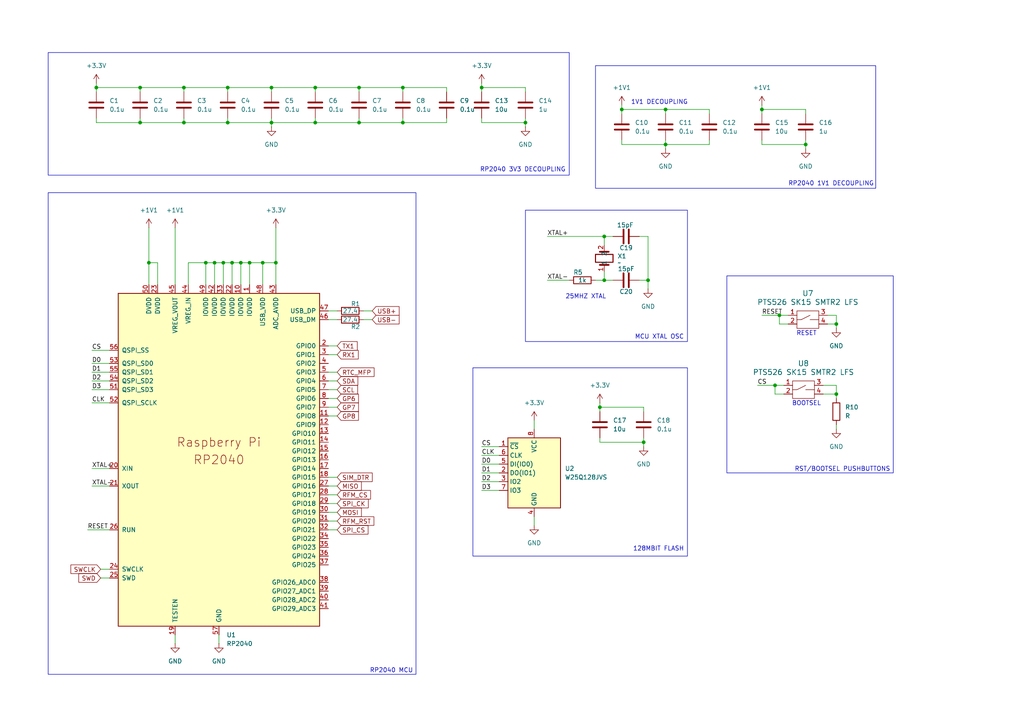
<source format=kicad_sch>
(kicad_sch (version 20231120) (generator "eeschema") (generator_version "8.0")
  (paper "A4")
  (lib_symbols
    (symbol "2024-05-28_14-35-54:PTS526_SK15_SMTR2_LFS" (pin_names (offset 0.254))
      (property "Reference" "U" (at 20.32 10.16 0))
      (property "Value" "PTS526 SK15 SMTR2 LFS" (at 20.32 7.62 0))
      (symbol "PTS526_SK15_SMTR2_LFS_1_1"
        (rectangle (start -3.81 1.27) (end 2.54 -3.81))
        (polyline (pts (xy -3.81 -1.27) (xy -2.54 -1.27)))
        (polyline (pts (xy -2.54 -1.27) (xy 0 0)))
        (polyline (pts (xy 2.54 -1.27) (xy 0 -1.27)))
        (pin passive line (at -6.35 0 0) (length 2.54) (name "") (number "1"))
        (pin passive line (at -6.35 -2.54 0) (length 2.54) (name "") (number "2"))
        (pin passive line (at 5.08 0 180) (length 2.54) (name "") (number "3"))
        (pin passive line (at 5.08 -2.54 180) (length 2.54) (name "") (number "4"))
      )
    )
    (symbol "Device:C" (pin_numbers hide) (pin_names (offset 0.254))
      (property "Reference" "C" (at 0.635 2.54 0))
      (property "Value" "C" (at 0.635 -2.54 0))
      (symbol "C_0_1"
        (polyline (pts (xy -2.032 -0.762) (xy 2.032 -0.762)) (stroke (width 0.508)))
        (polyline (pts (xy -2.032 0.762) (xy 2.032 0.762)) (stroke (width 0.508)))
      )
      (symbol "C_1_1"
        (pin passive line (at 0 3.81 270) (length 2.794) (name "~") (number "1"))
        (pin passive line (at 0 -3.81 90) (length 2.794) (name "~") (number "2"))
      )
    )
    (symbol "Device:R" (pin_numbers hide) (pin_names (offset 0))
      (property "Reference" "R" (at 2.032 0 90))
      (property "Value" "R" (at 0 0 90))
      (symbol "R_0_1"
        (rectangle (start -1.016 -2.54) (end 1.016 2.54) (stroke (width 0.254)))
      )
      (symbol "R_1_1"
        (pin passive line (at 0 3.81 270) (length 1.27) (name "~") (number "1"))
        (pin passive line (at 0 -3.81 90) (length 1.27) (name "~") (number "2"))
      )
    )
    (symbol "Device:XTAL-445"
      (property "Reference" "X" (at 0 0 0))
      (symbol "XTAL-445_0_1"
        (rectangle (start -1.143 -1.27) (end 1.143 -6.35) (stroke (width 0.3048)))
        (polyline (pts (xy -2.54 -3.81) (xy -1.905 -3.81)))
        (polyline (pts (xy -1.905 -5.08) (xy -1.905 -2.54)) (stroke (width 0.508)))
        (polyline (pts (xy 1.905 -5.08) (xy 1.905 -2.54)) (stroke (width 0.508)))
        (polyline (pts (xy 2.54 -3.81) (xy 1.905 -3.81)))
      )
      (symbol "XTAL-445_1_1"
        (pin passive line (at -3.81 -3.81 0) (length 1.27) (name "1") (number "1"))
        (pin passive line (at 3.81 -3.81 180) (length 1.27) (name "2") (number "2"))
      )
    )
    (symbol "MCU_RaspberryPi_RP2040:RP2040" (pin_names (offset 1.016))
      (property "Reference" "U" (at -29.21 49.53 0))
      (property "Value" "RP2040" (at 24.13 -49.53 0))
      (symbol "RP2040_0_0"
        (text "Raspberry Pi" (at 0 5.08 0) (effects (font (size 2.54 2.54))))
        (text "RP2040" (at 0 0 0) (effects (font (size 2.54 2.54))))
      )
      (symbol "RP2040_0_1"
        (rectangle (start 29.21 48.26) (end -29.21 -48.26) (stroke (width 0.254)) (fill (type background)))
      )
      (symbol "RP2040_1_1"
        (pin power_in line (at 8.89 50.8 270) (length 2.54) (name "IOVDD") (number "1"))
        (pin power_in line (at 6.35 50.8 270) (length 2.54) (name "IOVDD") (number "10"))
        (pin bidirectional line (at 31.75 12.7 180) (length 2.54) (name "GPIO8") (number "11"))
        (pin bidirectional line (at 31.75 10.16 180) (length 2.54) (name "GPIO9") (number "12"))
        (pin bidirectional line (at 31.75 7.62 180) (length 2.54) (name "GPIO10") (number "13"))
        (pin bidirectional line (at 31.75 5.08 180) (length 2.54) (name "GPIO11") (number "14"))
        (pin bidirectional line (at 31.75 2.54 180) (length 2.54) (name "GPIO12") (number "15"))
        (pin bidirectional line (at 31.75 0 180) (length 2.54) (name "GPIO13") (number "16"))
        (pin bidirectional line (at 31.75 -2.54 180) (length 2.54) (name "GPIO14") (number "17"))
        (pin bidirectional line (at 31.75 -5.08 180) (length 2.54) (name "GPIO15") (number "18"))
        (pin passive line (at -12.7 -50.8 90) (length 2.54) (name "TESTEN") (number "19"))
        (pin bidirectional line (at 31.75 33.02 180) (length 2.54) (name "GPIO0") (number "2"))
        (pin input line (at -31.75 -2.54 0) (length 2.54) (name "XIN") (number "20"))
        (pin passive line (at -31.75 -7.62 0) (length 2.54) (name "XOUT") (number "21"))
        (pin power_in line (at 3.81 50.8 270) (length 2.54) (name "IOVDD") (number "22"))
        (pin power_in line (at -17.78 50.8 270) (length 2.54) (name "DVDD") (number "23"))
        (pin output line (at -31.75 -31.75 0) (length 2.54) (name "SWCLK") (number "24"))
        (pin bidirectional line (at -31.75 -34.29 0) (length 2.54) (name "SWD") (number "25"))
        (pin input line (at -31.75 -20.32 0) (length 2.54) (name "RUN") (number "26"))
        (pin bidirectional line (at 31.75 -7.62 180) (length 2.54) (name "GPIO16") (number "27"))
        (pin bidirectional line (at 31.75 -10.16 180) (length 2.54) (name "GPIO17") (number "28"))
        (pin bidirectional line (at 31.75 -12.7 180) (length 2.54) (name "GPIO18") (number "29"))
        (pin bidirectional line (at 31.75 30.48 180) (length 2.54) (name "GPIO1") (number "3"))
        (pin bidirectional line (at 31.75 -15.24 180) (length 2.54) (name "GPIO19") (number "30"))
        (pin bidirectional line (at 31.75 -17.78 180) (length 2.54) (name "GPIO20") (number "31"))
        (pin bidirectional line (at 31.75 -20.32 180) (length 2.54) (name "GPIO21") (number "32"))
        (pin power_in line (at 1.27 50.8 270) (length 2.54) (name "IOVDD") (number "33"))
        (pin bidirectional line (at 31.75 -22.86 180) (length 2.54) (name "GPIO22") (number "34"))
        (pin bidirectional line (at 31.75 -25.4 180) (length 2.54) (name "GPIO23") (number "35"))
        (pin bidirectional line (at 31.75 -27.94 180) (length 2.54) (name "GPIO24") (number "36"))
        (pin bidirectional line (at 31.75 -30.48 180) (length 2.54) (name "GPIO25") (number "37"))
        (pin bidirectional line (at 31.75 -35.56 180) (length 2.54) (name "GPIO26_ADC0") (number "38"))
        (pin bidirectional line (at 31.75 -38.1 180) (length 2.54) (name "GPIO27_ADC1") (number "39"))
        (pin bidirectional line (at 31.75 27.94 180) (length 2.54) (name "GPIO2") (number "4"))
        (pin bidirectional line (at 31.75 -40.64 180) (length 2.54) (name "GPIO28_ADC2") (number "40"))
        (pin bidirectional line (at 31.75 -43.18 180) (length 2.54) (name "GPIO29_ADC3") (number "41"))
        (pin power_in line (at -1.27 50.8 270) (length 2.54) (name "IOVDD") (number "42"))
        (pin power_in line (at 16.51 50.8 270) (length 2.54) (name "ADC_AVDD") (number "43"))
        (pin power_in line (at -8.89 50.8 270) (length 2.54) (name "VREG_IN") (number "44"))
        (pin power_out line (at -12.7 50.8 270) (length 2.54) (name "VREG_VOUT") (number "45"))
        (pin bidirectional line (at 31.75 40.64 180) (length 2.54) (name "USB_DM") (number "46"))
        (pin bidirectional line (at 31.75 43.18 180) (length 2.54) (name "USB_DP") (number "47"))
        (pin power_in line (at 12.7 50.8 270) (length 2.54) (name "USB_VDD") (number "48"))
        (pin power_in line (at -3.81 50.8 270) (length 2.54) (name "IOVDD") (number "49"))
        (pin bidirectional line (at 31.75 25.4 180) (length 2.54) (name "GPIO3") (number "5"))
        (pin power_in line (at -20.32 50.8 270) (length 2.54) (name "DVDD") (number "50"))
        (pin bidirectional line (at -31.75 20.32 0) (length 2.54) (name "QSPI_SD3") (number "51"))
        (pin output line (at -31.75 16.51 0) (length 2.54) (name "QSPI_SCLK") (number "52"))
        (pin bidirectional line (at -31.75 27.94 0) (length 2.54) (name "QSPI_SD0") (number "53"))
        (pin bidirectional line (at -31.75 22.86 0) (length 2.54) (name "QSPI_SD2") (number "54"))
        (pin bidirectional line (at -31.75 25.4 0) (length 2.54) (name "QSPI_SD1") (number "55"))
        (pin bidirectional line (at -31.75 31.75 0) (length 2.54) (name "QSPI_SS") (number "56"))
        (pin power_in line (at 0 -50.8 90) (length 2.54) (name "GND") (number "57"))
        (pin bidirectional line (at 31.75 22.86 180) (length 2.54) (name "GPIO4") (number "6"))
        (pin bidirectional line (at 31.75 20.32 180) (length 2.54) (name "GPIO5") (number "7"))
        (pin bidirectional line (at 31.75 17.78 180) (length 2.54) (name "GPIO6") (number "8"))
        (pin bidirectional line (at 31.75 15.24 180) (length 2.54) (name "GPIO7") (number "9"))
      )
    )
    (symbol "Memory_Flash:W25Q128JVS"
      (property "Reference" "U" (at -8.89 8.89 0))
      (property "Value" "W25Q128JVS" (at 7.62 8.89 0))
      (symbol "W25Q128JVS_0_1"
        (rectangle (start -7.62 10.16) (end 7.62 -10.16) (stroke (width 0.254)) (fill (type background)))
      )
      (symbol "W25Q128JVS_1_1"
        (pin input line (at -10.16 7.62 0) (length 2.54) (name "~{CS}") (number "1"))
        (pin bidirectional line (at -10.16 0 0) (length 2.54) (name "DO(IO1)") (number "2"))
        (pin bidirectional line (at -10.16 -2.54 0) (length 2.54) (name "IO2") (number "3"))
        (pin power_in line (at 0 -12.7 90) (length 2.54) (name "GND") (number "4"))
        (pin bidirectional line (at -10.16 2.54 0) (length 2.54) (name "DI(IO0)") (number "5"))
        (pin input line (at -10.16 5.08 0) (length 2.54) (name "CLK") (number "6"))
        (pin bidirectional line (at -10.16 -5.08 0) (length 2.54) (name "IO3") (number "7"))
        (pin power_in line (at 0 12.7 270) (length 2.54) (name "VCC") (number "8"))
      )
    )
    (symbol "power:+1V1" (power) (pin_numbers hide) (pin_names (offset 0) hide)
      (property "Value" "+1V1" (at 0 3.556 0))
      (symbol "+1V1_0_1"
        (polyline (pts (xy -0.762 1.27) (xy 0 2.54)))
        (polyline (pts (xy 0 0) (xy 0 2.54)))
        (polyline (pts (xy 0 2.54) (xy 0.762 1.27)))
      )
      (symbol "+1V1_1_1"
        (pin power_in line (at 0 0 90) (length 0) (name "~") (number "1"))
      )
    )
    (symbol "power:+3.3V" (power) (pin_numbers hide) (pin_names (offset 0) hide)
      (property "Value" "+3.3V" (at 0 3.556 0))
      (symbol "+3.3V_0_1"
        (polyline (pts (xy -0.762 1.27) (xy 0 2.54)))
        (polyline (pts (xy 0 0) (xy 0 2.54)))
        (polyline (pts (xy 0 2.54) (xy 0.762 1.27)))
      )
      (symbol "+3.3V_1_1"
        (pin power_in line (at 0 0 90) (length 0) (name "~") (number "1"))
      )
    )
    (symbol "power:GND" (power) (pin_numbers hide) (pin_names (offset 0) hide)
      (property "Value" "GND" (at 0 -3.81 0))
      (symbol "GND_0_1"
        (polyline (pts (xy 0 0) (xy 0 -1.27) (xy 1.27 -1.27) (xy 0 -2.54) (xy -1.27 -1.27) (xy 0 -1.27)))
      )
      (symbol "GND_1_1"
        (pin power_in line (at 0 0 270) (length 0) (name "~") (number "1"))
      )
    )
  )
  (junction (at 173.99 118.11))
  (junction (at 53.34 35.56))
  (junction (at 66.04 35.56))
  (junction (at 193.04 41.91))
  (junction (at 152.4 35.56))
  (junction (at 233.68 41.91))
  (junction (at 76.2 76.2))
  (junction (at 242.57 114.3))
  (junction (at 116.84 25.4))
  (junction (at 224.79 111.76))
  (junction (at 27.94 25.4))
  (junction (at 193.04 31.75))
  (junction (at 187.96 81.28))
  (junction (at 78.74 25.4))
  (junction (at 104.14 25.4))
  (junction (at 139.7 25.4))
  (junction (at 40.64 25.4))
  (junction (at 80.01 76.2))
  (junction (at 186.69 128.27))
  (junction (at 220.98 31.75))
  (junction (at 72.39 76.2))
  (junction (at 242.57 93.98))
  (junction (at 104.14 35.56))
  (junction (at 175.26 81.28))
  (junction (at 91.44 35.56))
  (junction (at 43.18 76.2))
  (junction (at 69.85 76.2))
  (junction (at 91.44 25.4))
  (junction (at 53.34 25.4))
  (junction (at 64.77 76.2))
  (junction (at 59.69 76.2))
  (junction (at 40.64 35.56))
  (junction (at 226.06 91.44))
  (junction (at 116.84 35.56))
  (junction (at 78.74 35.56))
  (junction (at 62.23 76.2))
  (junction (at 66.04 25.4))
  (junction (at 180.34 31.75))
  (junction (at 67.31 76.2))
  (junction (at 175.26 68.58))
  (wire (pts (xy 27.94 35.56) (xy 27.94 34.29)))
  (wire (pts (xy 76.2 82.55) (xy 76.2 76.2)))
  (wire (pts (xy 186.69 128.27) (xy 186.69 129.54)))
  (wire (pts (xy 242.57 123.19) (xy 242.57 124.46)))
  (wire (pts (xy 27.94 24.13) (xy 27.94 25.4)))
  (wire (pts (xy 193.04 40.64) (xy 193.04 41.91)))
  (wire (pts (xy 53.34 25.4) (xy 66.04 25.4)))
  (wire (pts (xy 67.31 76.2) (xy 69.85 76.2)))
  (wire (pts (xy 27.94 25.4) (xy 40.64 25.4)))
  (wire (pts (xy 172.72 81.28) (xy 175.26 81.28)))
  (wire (pts (xy 95.25 146.05) (xy 97.79 146.05)))
  (wire (pts (xy 193.04 41.91) (xy 193.04 43.18)))
  (wire (pts (xy 139.7 35.56) (xy 152.4 35.56)))
  (wire (pts (xy 180.34 33.02) (xy 180.34 31.75)))
  (wire (pts (xy 91.44 35.56) (xy 78.74 35.56)))
  (wire (pts (xy 240.03 93.98) (xy 242.57 93.98)))
  (wire (pts (xy 187.96 81.28) (xy 185.42 81.28)))
  (wire (pts (xy 175.26 68.58) (xy 177.8 68.58)))
  (wire (pts (xy 95.25 153.67) (xy 97.79 153.67)))
  (wire (pts (xy 91.44 34.29) (xy 91.44 35.56)))
  (wire (pts (xy 78.74 34.29) (xy 78.74 35.56)))
  (wire (pts (xy 129.54 34.29) (xy 129.54 35.56)))
  (wire (pts (xy 95.25 115.57) (xy 97.79 115.57)))
  (wire (pts (xy 59.69 76.2) (xy 59.69 82.55)))
  (wire (pts (xy 72.39 76.2) (xy 76.2 76.2)))
  (wire (pts (xy 62.23 76.2) (xy 62.23 82.55)))
  (wire (pts (xy 69.85 82.55) (xy 69.85 76.2)))
  (wire (pts (xy 219.71 111.76) (xy 224.79 111.76)))
  (wire (pts (xy 220.98 30.48) (xy 220.98 31.75)))
  (wire (pts (xy 40.64 25.4) (xy 53.34 25.4)))
  (wire (pts (xy 180.34 31.75) (xy 193.04 31.75)))
  (wire (pts (xy 78.74 35.56) (xy 66.04 35.56)))
  (wire (pts (xy 173.99 118.11) (xy 173.99 119.38)))
  (wire (pts (xy 116.84 25.4) (xy 116.84 26.67)))
  (wire (pts (xy 104.14 34.29) (xy 104.14 35.56)))
  (wire (pts (xy 104.14 25.4) (xy 104.14 26.67)))
  (wire (pts (xy 26.67 110.49) (xy 31.75 110.49)))
  (wire (pts (xy 242.57 111.76) (xy 242.57 114.3)))
  (wire (pts (xy 43.18 66.04) (xy 43.18 76.2)))
  (wire (pts (xy 95.25 148.59) (xy 97.79 148.59)))
  (wire (pts (xy 25.4 153.67) (xy 31.75 153.67)))
  (wire (pts (xy 80.01 66.04) (xy 80.01 76.2)))
  (wire (pts (xy 76.2 76.2) (xy 80.01 76.2)))
  (wire (pts (xy 139.7 132.08) (xy 144.78 132.08)))
  (wire (pts (xy 78.74 25.4) (xy 78.74 26.67)))
  (wire (pts (xy 104.14 35.56) (xy 91.44 35.56)))
  (wire (pts (xy 242.57 114.3) (xy 242.57 115.57)))
  (wire (pts (xy 50.8 184.15) (xy 50.8 186.69)))
  (wire (pts (xy 238.76 114.3) (xy 242.57 114.3)))
  (wire (pts (xy 228.6 93.98) (xy 226.06 93.98)))
  (wire (pts (xy 95.25 143.51) (xy 97.79 143.51)))
  (wire (pts (xy 43.18 76.2) (xy 43.18 82.55)))
  (wire (pts (xy 29.21 167.64) (xy 31.75 167.64)))
  (wire (pts (xy 187.96 68.58) (xy 187.96 81.28)))
  (wire (pts (xy 26.67 116.84) (xy 31.75 116.84)))
  (wire (pts (xy 26.67 107.95) (xy 31.75 107.95)))
  (wire (pts (xy 139.7 34.29) (xy 139.7 35.56)))
  (wire (pts (xy 158.75 68.58) (xy 175.26 68.58)))
  (wire (pts (xy 53.34 34.29) (xy 53.34 35.56)))
  (wire (pts (xy 78.74 35.56) (xy 78.74 36.83)))
  (wire (pts (xy 26.67 135.89) (xy 31.75 135.89)))
  (wire (pts (xy 95.25 138.43) (xy 97.79 138.43)))
  (wire (pts (xy 175.26 81.28) (xy 175.26 78.74)))
  (wire (pts (xy 154.94 149.86) (xy 154.94 152.4)))
  (wire (pts (xy 95.25 113.03) (xy 97.79 113.03)))
  (wire (pts (xy 26.67 101.6) (xy 31.75 101.6)))
  (wire (pts (xy 185.42 68.58) (xy 187.96 68.58)))
  (wire (pts (xy 139.7 137.16) (xy 144.78 137.16)))
  (wire (pts (xy 45.72 76.2) (xy 43.18 76.2)))
  (wire (pts (xy 95.25 100.33) (xy 97.79 100.33)))
  (wire (pts (xy 220.98 41.91) (xy 233.68 41.91)))
  (wire (pts (xy 220.98 40.64) (xy 220.98 41.91)))
  (wire (pts (xy 26.67 140.97) (xy 31.75 140.97)))
  (wire (pts (xy 69.85 76.2) (xy 72.39 76.2)))
  (wire (pts (xy 193.04 41.91) (xy 205.74 41.91)))
  (wire (pts (xy 177.8 81.28) (xy 175.26 81.28)))
  (wire (pts (xy 233.68 41.91) (xy 233.68 43.18)))
  (wire (pts (xy 129.54 35.56) (xy 116.84 35.56)))
  (wire (pts (xy 220.98 91.44) (xy 226.06 91.44)))
  (wire (pts (xy 233.68 40.64) (xy 233.68 41.91)))
  (wire (pts (xy 66.04 35.56) (xy 53.34 35.56)))
  (wire (pts (xy 139.7 129.54) (xy 144.78 129.54)))
  (wire (pts (xy 64.77 76.2) (xy 67.31 76.2)))
  (wire (pts (xy 139.7 25.4) (xy 152.4 25.4)))
  (wire (pts (xy 139.7 134.62) (xy 144.78 134.62)))
  (wire (pts (xy 53.34 35.56) (xy 40.64 35.56)))
  (wire (pts (xy 26.67 113.03) (xy 31.75 113.03)))
  (wire (pts (xy 186.69 119.38) (xy 186.69 118.11)))
  (wire (pts (xy 139.7 24.13) (xy 139.7 25.4)))
  (wire (pts (xy 226.06 93.98) (xy 226.06 91.44)))
  (wire (pts (xy 116.84 25.4) (xy 129.54 25.4)))
  (wire (pts (xy 180.34 41.91) (xy 193.04 41.91)))
  (wire (pts (xy 54.61 82.55) (xy 54.61 76.2)))
  (wire (pts (xy 95.25 120.65) (xy 97.79 120.65)))
  (wire (pts (xy 95.25 107.95) (xy 97.79 107.95)))
  (wire (pts (xy 95.25 118.11) (xy 97.79 118.11)))
  (wire (pts (xy 173.99 127) (xy 173.99 128.27)))
  (wire (pts (xy 242.57 91.44) (xy 240.03 91.44)))
  (wire (pts (xy 116.84 34.29) (xy 116.84 35.56)))
  (wire (pts (xy 220.98 31.75) (xy 220.98 33.02)))
  (wire (pts (xy 59.69 76.2) (xy 62.23 76.2)))
  (wire (pts (xy 173.99 118.11) (xy 186.69 118.11)))
  (wire (pts (xy 91.44 25.4) (xy 91.44 26.67)))
  (wire (pts (xy 62.23 76.2) (xy 64.77 76.2)))
  (wire (pts (xy 40.64 25.4) (xy 40.64 26.67)))
  (wire (pts (xy 224.79 114.3) (xy 224.79 111.76)))
  (wire (pts (xy 40.64 34.29) (xy 40.64 35.56)))
  (wire (pts (xy 154.94 121.92) (xy 154.94 124.46)))
  (wire (pts (xy 205.74 41.91) (xy 205.74 40.64)))
  (wire (pts (xy 242.57 93.98) (xy 242.57 91.44)))
  (wire (pts (xy 139.7 142.24) (xy 144.78 142.24)))
  (wire (pts (xy 91.44 25.4) (xy 104.14 25.4)))
  (wire (pts (xy 205.74 31.75) (xy 205.74 33.02)))
  (wire (pts (xy 227.33 114.3) (xy 224.79 114.3)))
  (wire (pts (xy 95.25 140.97) (xy 97.79 140.97)))
  (wire (pts (xy 180.34 30.48) (xy 180.34 31.75)))
  (wire (pts (xy 193.04 31.75) (xy 193.04 33.02)))
  (wire (pts (xy 66.04 25.4) (xy 66.04 26.67)))
  (wire (pts (xy 173.99 128.27) (xy 186.69 128.27)))
  (wire (pts (xy 27.94 26.67) (xy 27.94 25.4)))
  (wire (pts (xy 50.8 66.04) (xy 50.8 82.55)))
  (wire (pts (xy 67.31 76.2) (xy 67.31 82.55)))
  (wire (pts (xy 152.4 35.56) (xy 152.4 36.83)))
  (wire (pts (xy 95.25 92.71) (xy 97.79 92.71)))
  (wire (pts (xy 95.25 110.49) (xy 97.79 110.49)))
  (wire (pts (xy 158.75 81.28) (xy 165.1 81.28)))
  (wire (pts (xy 152.4 26.67) (xy 152.4 25.4)))
  (wire (pts (xy 105.41 92.71) (xy 107.95 92.71)))
  (wire (pts (xy 116.84 35.56) (xy 104.14 35.56)))
  (wire (pts (xy 173.99 116.84) (xy 173.99 118.11)))
  (wire (pts (xy 180.34 40.64) (xy 180.34 41.91)))
  (wire (pts (xy 95.25 102.87) (xy 97.79 102.87)))
  (wire (pts (xy 40.64 35.56) (xy 27.94 35.56)))
  (wire (pts (xy 220.98 31.75) (xy 233.68 31.75)))
  (wire (pts (xy 64.77 76.2) (xy 64.77 82.55)))
  (wire (pts (xy 95.25 151.13) (xy 97.79 151.13)))
  (wire (pts (xy 175.26 71.12) (xy 175.26 68.58)))
  (wire (pts (xy 80.01 76.2) (xy 80.01 82.55)))
  (wire (pts (xy 45.72 76.2) (xy 45.72 82.55)))
  (wire (pts (xy 139.7 25.4) (xy 139.7 26.67)))
  (wire (pts (xy 187.96 81.28) (xy 187.96 83.82)))
  (wire (pts (xy 54.61 76.2) (xy 59.69 76.2)))
  (wire (pts (xy 78.74 25.4) (xy 91.44 25.4)))
  (wire (pts (xy 26.67 105.41) (xy 31.75 105.41)))
  (wire (pts (xy 95.25 90.17) (xy 97.79 90.17)))
  (wire (pts (xy 104.14 25.4) (xy 116.84 25.4)))
  (wire (pts (xy 66.04 25.4) (xy 78.74 25.4)))
  (wire (pts (xy 129.54 25.4) (xy 129.54 26.67)))
  (wire (pts (xy 53.34 25.4) (xy 53.34 26.67)))
  (wire (pts (xy 105.41 90.17) (xy 107.95 90.17)))
  (wire (pts (xy 63.5 184.15) (xy 63.5 186.69)))
  (wire (pts (xy 66.04 34.29) (xy 66.04 35.56)))
  (wire (pts (xy 152.4 35.56) (xy 152.4 34.29)))
  (wire (pts (xy 29.21 165.1) (xy 31.75 165.1)))
  (wire (pts (xy 242.57 95.25) (xy 242.57 93.98)))
  (wire (pts (xy 193.04 31.75) (xy 205.74 31.75)))
  (wire (pts (xy 226.06 91.44) (xy 228.6 91.44)))
  (wire (pts (xy 233.68 33.02) (xy 233.68 31.75)))
  (wire (pts (xy 72.39 76.2) (xy 72.39 82.55)))
  (wire (pts (xy 186.69 128.27) (xy 186.69 127)))
  (wire (pts (xy 224.79 111.76) (xy 227.33 111.76)))
  (wire (pts (xy 139.7 139.7) (xy 144.78 139.7)))
  (wire (pts (xy 238.76 111.76) (xy 242.57 111.76)))
  (rectangle (start 13.97 15.24) (end 165.1 50.8))
  (rectangle (start 172.72 19.05) (end 254 54.61))
  (rectangle (start 152.4 60.96) (end 199.39 99.06))
  (rectangle (start 137.16 106.68) (end 199.39 161.29))
  (rectangle (start 210.82 80.01) (end 259.08 137.16))
  (rectangle (start 13.97 55.88) (end 120.65 195.58))
  (text "RST/BOOTSEL PUSHBUTTONS" (at 244.348 136.144 0) (effects (font (size 1.27 1.27))))
  (text "RP2040 3V3 DECOUPLING" (at 151.638 49.276 0) (effects (font (size 1.27 1.27))))
  (text "RP2040 MCU" (at 113.538 194.564 0) (effects (font (size 1.27 1.27))))
  (text "RESET" (at 233.934 96.774 0) (effects (font (size 1.27 1.27))))
  (text "RP2040 1V1 DECOUPLING" (at 241.046 53.34 0) (effects (font (size 1.27 1.27))))
  (text "BOOTSEL" (at 233.934 117.094 0) (effects (font (size 1.27 1.27))))
  (text "MCU XTAL OSC" (at 191.262 97.79 0) (effects (font (size 1.27 1.27))))
  (text "1V1 DECOUPLING" (at 191.262 29.718 0) (effects (font (size 1.27 1.27))))
  (text "25MHZ XTAL" (at 169.926 86.106 0) (effects (font (size 1.27 1.27))))
  (text "128MBIT FLASH" (at 191.008 159.258 0) (effects (font (size 1.27 1.27))))
  (label "D2" (at 26.67 110.49 0))
  (label "CS" (at 26.67 101.6 0))
  (label "CLK" (at 26.67 116.84 0))
  (label "D3" (at 26.67 113.03 0))
  (label "D3" (at 139.7 142.24 0))
  (label "XTAL+" (at 26.67 135.89 0))
  (label "XTAL-" (at 158.75 81.28 0))
  (label "D1" (at 26.67 107.95 0))
  (label "CS" (at 139.7 129.54 0))
  (label "D0" (at 26.67 105.41 0))
  (label "XTAL-" (at 26.67 140.97 0))
  (label "CLK" (at 139.7 132.08 0))
  (label "CS" (at 219.71 111.76 0))
  (label "RESET" (at 220.98 91.44 0))
  (label "XTAL+" (at 158.75 68.58 0))
  (label "D1" (at 139.7 137.16 0))
  (label "RESET" (at 25.4 153.67 0))
  (label "D2" (at 139.7 139.7 0))
  (label "D0" (at 139.7 134.62 0))
  (global_label "SPI_CK" (shape input) (at 97.79 146.05 0) (property "Intersheetrefs" "${INTERSHEET_REFS}" (effects (hide yes))))
  (global_label "RFM_RST" (shape input) (at 97.79 151.13 0) (property "Intersheetrefs" "${INTERSHEET_REFS}" (effects (hide yes))))
  (global_label "GP8" (shape input) (at 97.79 120.65 0) (property "Intersheetrefs" "${INTERSHEET_REFS}" (effects (hide yes))))
  (global_label "SDA" (shape input) (at 97.79 110.49 0) (property "Intersheetrefs" "${INTERSHEET_REFS}" (effects (hide yes))))
  (global_label "MISO" (shape input) (at 97.79 140.97 0) (property "Intersheetrefs" "${INTERSHEET_REFS}" (effects (hide yes))))
  (global_label "RTC_MFP" (shape input) (at 97.79 107.95 0) (property "Intersheetrefs" "${INTERSHEET_REFS}" (effects (hide yes))))
  (global_label "SIM_DTR" (shape input) (at 97.79 138.43 0) (property "Intersheetrefs" "${INTERSHEET_REFS}" (effects (hide yes))))
  (global_label "GP7" (shape input) (at 97.79 118.11 0) (property "Intersheetrefs" "${INTERSHEET_REFS}" (effects (hide yes))))
  (global_label "TX1" (shape input) (at 97.79 100.33 0) (property "Intersheetrefs" "${INTERSHEET_REFS}" (effects (hide yes))))
  (global_label "GP6" (shape input) (at 97.79 115.57 0) (property "Intersheetrefs" "${INTERSHEET_REFS}" (effects (hide yes))))
  (global_label "SWCLK" (shape input) (at 29.21 165.1 180) (property "Intersheetrefs" "${INTERSHEET_REFS}" (effects (hide yes))))
  (global_label "RFM_CS" (shape input) (at 97.79 143.51 0) (property "Intersheetrefs" "${INTERSHEET_REFS}" (effects (hide yes))))
  (global_label "RX1" (shape input) (at 97.79 102.87 0) (property "Intersheetrefs" "${INTERSHEET_REFS}" (effects (hide yes))))
  (global_label "SWD" (shape input) (at 29.21 167.64 180) (property "Intersheetrefs" "${INTERSHEET_REFS}" (effects (hide yes))))
  (global_label "MOSI" (shape input) (at 97.79 148.59 0) (property "Intersheetrefs" "${INTERSHEET_REFS}" (effects (hide yes))))
  (global_label "USB-" (shape input) (at 107.95 92.71 0) (property "Intersheetrefs" "${INTERSHEET_REFS}" (effects (hide yes))))
  (global_label "SCL" (shape input) (at 97.79 113.03 0) (property "Intersheetrefs" "${INTERSHEET_REFS}" (effects (hide yes))))
  (global_label "SPI_CS" (shape input) (at 97.79 153.67 0) (property "Intersheetrefs" "${INTERSHEET_REFS}" (effects (hide yes))))
  (global_label "USB+" (shape input) (at 107.95 90.17 0) (property "Intersheetrefs" "${INTERSHEET_REFS}" (effects (hide yes))))
  (symbol (lib_id "power:+1V1") (at 50.8 66.04 0) (unit 1)
    (property "Reference" "#PWR01" (effects (hide yes)))
    (property "Value" "+1V1" (at 50.8 60.96 0))
    (property "Description" "Power symbol creates a global label with name \"+1V1\"" (effects (hide yes)))
  )
  (symbol (lib_id "Device:R") (at 242.57 119.38 0) (unit 1)
    (property "Reference" "R10" (at 245.11 118.1099 0) (effects (justify left)))
    (property "Value" "R" (at 245.11 120.6499 0) (effects (justify left)))
    (property "Footprint" "Resistor_SMD:R_0805_2012Metric_Pad1.20x1.40mm_HandSolder" (effects (hide yes)))
    (property "Description" "Resistor" (effects (hide yes)))
  )
  (symbol (lib_id "Device:C") (at 53.34 30.48 0) (unit 1)
    (property "Reference" "C3" (at 57.15 29.2099 0) (effects (justify left)))
    (property "Value" "0.1u" (at 57.15 31.7499 0) (effects (justify left)))
    (property "Footprint" "Capacitor_SMD:C_0402_1005Metric_Pad0.74x0.62mm_HandSolder" (effects (hide yes)))
    (property "Description" "Unpolarized capacitor" (effects (hide yes)))
  )
  (symbol (lib_id "Device:R") (at 101.6 90.17 90) (unit 1)
    (property "Reference" "R1" (at 103.124 88.138 90))
    (property "Value" "27.4" (at 101.6 90.17 90))
    (property "Footprint" "Resistor_SMD:R_0603_1608Metric_Pad0.98x0.95mm_HandSolder" (effects (hide yes)))
    (property "Description" "Resistor" (effects (hide yes)))
  )
  (symbol (lib_id "power:GND") (at 50.8 186.69 0) (unit 1)
    (property "Reference" "#PWR03" (effects (hide yes)))
    (property "Value" "GND" (at 50.8 191.77 0))
    (property "Description" "Power symbol creates a global label with name \"GND\" , ground" (effects (hide yes)))
  )
  (symbol (lib_id "power:+3.3V") (at 173.99 116.84 0) (unit 1)
    (property "Reference" "#PWR016" (effects (hide yes)))
    (property "Value" "+3.3V" (at 173.99 111.76 0))
    (property "Description" "Power symbol creates a global label with name \"+3.3V\"" (effects (hide yes)))
  )
  (symbol (lib_id "MCU_RaspberryPi_RP2040:RP2040") (at 63.5 133.35 0) (unit 1)
    (property "Reference" "U1" (at 65.6941 184.15 0) (effects (justify left)))
    (property "Value" "RP2040" (at 65.6941 186.69 0) (effects (justify left)))
    (property "Footprint" "RP2040_minimal_r2:RP2040-QFN-56" (effects (hide yes)))
  )
  (symbol (lib_id "Device:C") (at 173.99 123.19 0) (unit 1)
    (property "Reference" "C17" (at 177.8 121.9199 0) (effects (justify left)))
    (property "Value" "10u" (at 177.8 124.4599 0) (effects (justify left)))
    (property "Footprint" "Capacitor_SMD:C_0805_2012Metric_Pad1.18x1.45mm_HandSolder" (effects (hide yes)))
    (property "Description" "Unpolarized capacitor" (effects (hide yes)))
  )
  (symbol (lib_id "power:+3.3V") (at 27.94 24.13 0) (unit 1)
    (property "Reference" "#PWR09" (effects (hide yes)))
    (property "Value" "+3.3V" (at 27.94 19.05 0))
    (property "Description" "Power symbol creates a global label with name \"+3.3V\"" (effects (hide yes)))
  )
  (symbol (lib_id "Device:C") (at 129.54 30.48 0) (unit 1)
    (property "Reference" "C9" (at 133.35 29.2099 0) (effects (justify left)))
    (property "Value" "0.1u" (at 133.35 31.7499 0) (effects (justify left)))
    (property "Footprint" "Capacitor_SMD:C_0402_1005Metric_Pad0.74x0.62mm_HandSolder" (effects (hide yes)))
    (property "Description" "Unpolarized capacitor" (effects (hide yes)))
  )
  (symbol (lib_id "power:GND") (at 187.96 83.82 0) (unit 1)
    (property "Reference" "#PWR025" (effects (hide yes)))
    (property "Value" "GND" (at 187.96 88.9 0))
    (property "Description" "Power symbol creates a global label with name \"GND\" , ground" (effects (hide yes)))
  )
  (symbol (lib_id "Device:C") (at 40.64 30.48 0) (unit 1)
    (property "Reference" "C2" (at 44.45 29.2099 0) (effects (justify left)))
    (property "Value" "0.1u" (at 44.45 31.7499 0) (effects (justify left)))
    (property "Footprint" "Capacitor_SMD:C_0402_1005Metric_Pad0.74x0.62mm_HandSolder" (effects (hide yes)))
    (property "Description" "Unpolarized capacitor" (effects (hide yes)))
  )
  (symbol (lib_id "Device:C") (at 181.61 68.58 90) (unit 1)
    (property "Reference" "C19" (at 181.61 71.882 90))
    (property "Value" "15pF" (at 181.356 65.278 90))
    (property "Footprint" "Capacitor_SMD:C_0402_1005Metric_Pad0.74x0.62mm_HandSolder" (effects (hide yes)))
    (property "Description" "Unpolarized capacitor" (effects (hide yes)))
  )
  (symbol (lib_id "Device:C") (at 91.44 30.48 0) (unit 1)
    (property "Reference" "C6" (at 95.25 29.2099 0) (effects (justify left)))
    (property "Value" "0.1u" (at 95.25 31.7499 0) (effects (justify left)))
    (property "Footprint" "Capacitor_SMD:C_0402_1005Metric_Pad0.74x0.62mm_HandSolder" (effects (hide yes)))
    (property "Description" "Unpolarized capacitor" (effects (hide yes)))
  )
  (symbol (lib_id "power:GND") (at 193.04 43.18 0) (unit 1)
    (property "Reference" "#PWR010" (effects (hide yes)))
    (property "Value" "GND" (at 193.04 48.26 0))
    (property "Description" "Power symbol creates a global label with name \"GND\" , ground" (effects (hide yes)))
  )
  (symbol (lib_id "Device:C") (at 181.61 81.28 90) (unit 1)
    (property "Reference" "C20" (at 181.61 84.582 90))
    (property "Value" "15pF" (at 181.61 77.978 90))
    (property "Footprint" "Capacitor_SMD:C_0402_1005Metric_Pad0.74x0.62mm_HandSolder" (effects (hide yes)))
    (property "Description" "Unpolarized capacitor" (effects (hide yes)))
  )
  (symbol (lib_id "power:+1V1") (at 220.98 30.48 0) (unit 1)
    (property "Reference" "#PWR014" (effects (hide yes)))
    (property "Value" "+1V1" (at 220.98 25.4 0))
    (property "Description" "Power symbol creates a global label with name \"+1V1\"" (effects (hide yes)))
  )
  (symbol (lib_id "Device:R") (at 168.91 81.28 90) (unit 1)
    (property "Reference" "R5" (at 167.64 78.994 90))
    (property "Value" "1k" (at 168.91 81.28 90))
    (property "Footprint" "Resistor_SMD:R_0805_2012Metric_Pad1.20x1.40mm_HandSolder" (effects (hide yes)))
    (property "Description" "Resistor" (effects (hide yes)))
  )
  (symbol (lib_id "power:GND") (at 242.57 124.46 0) (unit 1)
    (property "Reference" "#PWR040" (effects (hide yes)))
    (property "Value" "GND" (at 242.57 129.54 0))
    (property "Description" "Power symbol creates a global label with name \"GND\" , ground" (effects (hide yes)))
  )
  (symbol (lib_id "power:GND") (at 63.5 186.69 0) (unit 1)
    (property "Reference" "#PWR04" (effects (hide yes)))
    (property "Value" "GND" (at 63.5 191.77 0))
    (property "Description" "Power symbol creates a global label with name \"GND\" , ground" (effects (hide yes)))
  )
  (symbol (lib_id "Device:C") (at 104.14 30.48 0) (unit 1)
    (property "Reference" "C7" (at 107.95 29.2099 0) (effects (justify left)))
    (property "Value" "0.1u" (at 107.95 31.7499 0) (effects (justify left)))
    (property "Footprint" "Capacitor_SMD:C_0402_1005Metric_Pad0.74x0.62mm_HandSolder" (effects (hide yes)))
    (property "Description" "Unpolarized capacitor" (effects (hide yes)))
  )
  (symbol (lib_id "Memory_Flash:W25Q128JVS") (at 154.94 137.16 0) (unit 1)
    (property "Reference" "U2" (at 163.83 135.8899 0) (effects (justify left)))
    (property "Value" "W25Q128JVS" (at 163.83 138.4299 0) (effects (justify left)))
    (property "Footprint" "Package_SO:SOIC-8_5.23x5.23mm_P1.27mm" (effects (hide yes)))
    (property "Datasheet" "http://www.winbond.com/resource-files/w25q128jv_dtr%20revc%2003272018%20plus.pdf" (effects (hide yes)))
    (property "Description" "128Mb Serial Flash Memory, Standard/Dual/Quad SPI, SOIC-8" (effects (hide yes)))
  )
  (symbol (lib_id "power:+1V1") (at 180.34 30.48 0) (unit 1)
    (property "Reference" "#PWR08" (effects (hide yes)))
    (property "Value" "+1V1" (at 180.34 25.4 0))
    (property "Description" "Power symbol creates a global label with name \"+1V1\"" (effects (hide yes)))
  )
  (symbol (lib_id "power:+1V1") (at 43.18 66.04 0) (unit 1)
    (property "Reference" "#PWR07" (effects (hide yes)))
    (property "Value" "+1V1" (at 43.18 60.96 0))
    (property "Description" "Power symbol creates a global label with name \"+1V1\"" (effects (hide yes)))
  )
  (symbol (lib_id "Device:R") (at 101.6 92.71 90) (unit 1)
    (property "Reference" "R2" (at 103.124 94.742 90))
    (property "Value" "27.4" (at 101.6 92.71 90))
    (property "Footprint" "Resistor_SMD:R_0603_1608Metric_Pad0.98x0.95mm_HandSolder" (effects (hide yes)))
    (property "Description" "Resistor" (effects (hide yes)))
  )
  (symbol (lib_id "Device:XTAL-445") (at 171.45 74.93 90) (unit 1)
    (property "Reference" "X1" (at 179.07 74.2949 90) (effects (justify right)))
    (property "Value" "~" (at 179.07 76.2 90) (effects (justify right)))
    (property "Footprint" "custom:XTAL-445" (effects (hide yes)))
  )
  (symbol (lib_id "Device:C") (at 193.04 36.83 0) (unit 1)
    (property "Reference" "C11" (at 196.85 35.5599 0) (effects (justify left)))
    (property "Value" "0.1u" (at 196.85 38.0999 0) (effects (justify left)))
    (property "Footprint" "Capacitor_SMD:C_0402_1005Metric_Pad0.74x0.62mm_HandSolder" (effects (hide yes)))
    (property "Description" "Unpolarized capacitor" (effects (hide yes)))
  )
  (symbol (lib_id "Device:C") (at 116.84 30.48 0) (unit 1)
    (property "Reference" "C8" (at 120.65 29.2099 0) (effects (justify left)))
    (property "Value" "0.1u" (at 120.65 31.7499 0) (effects (justify left)))
    (property "Footprint" "Capacitor_SMD:C_0402_1005Metric_Pad0.74x0.62mm_HandSolder" (effects (hide yes)))
    (property "Description" "Unpolarized capacitor" (effects (hide yes)))
  )
  (symbol (lib_id "Device:C") (at 233.68 36.83 0) (unit 1)
    (property "Reference" "C16" (at 237.49 35.5599 0) (effects (justify left)))
    (property "Value" "1u" (at 237.49 38.0999 0) (effects (justify left)))
    (property "Footprint" "Capacitor_SMD:C_0805_2012Metric_Pad1.18x1.45mm_HandSolder" (effects (hide yes)))
    (property "Description" "Unpolarized capacitor" (effects (hide yes)))
  )
  (symbol (lib_id "Device:C") (at 152.4 30.48 0) (unit 1)
    (property "Reference" "C14" (at 156.21 29.2099 0) (effects (justify left)))
    (property "Value" "1u" (at 156.21 31.7499 0) (effects (justify left)))
    (property "Footprint" "Capacitor_SMD:C_0805_2012Metric_Pad1.18x1.45mm_HandSolder" (effects (hide yes)))
    (property "Description" "Unpolarized capacitor" (effects (hide yes)))
  )
  (symbol (lib_id "power:+3.3V") (at 139.7 24.13 0) (unit 1)
    (property "Reference" "#PWR012" (effects (hide yes)))
    (property "Value" "+3.3V" (at 139.7 19.05 0))
    (property "Description" "Power symbol creates a global label with name \"+3.3V\"" (effects (hide yes)))
  )
  (symbol (lib_id "power:GND") (at 152.4 36.83 0) (unit 1)
    (property "Reference" "#PWR013" (effects (hide yes)))
    (property "Value" "GND" (at 152.4 41.91 0))
    (property "Description" "Power symbol creates a global label with name \"GND\" , ground" (effects (hide yes)))
  )
  (symbol (lib_id "power:GND") (at 242.57 95.25 0) (unit 1)
    (property "Reference" "#PWR039" (effects (hide yes)))
    (property "Value" "GND" (at 242.57 100.33 0))
    (property "Description" "Power symbol creates a global label with name \"GND\" , ground" (effects (hide yes)))
  )
  (symbol (lib_id "Device:C") (at 139.7 30.48 0) (unit 1)
    (property "Reference" "C13" (at 143.51 29.2099 0) (effects (justify left)))
    (property "Value" "10u" (at 143.51 31.7499 0) (effects (justify left)))
    (property "Footprint" "Capacitor_SMD:C_0805_2012Metric_Pad1.18x1.45mm_HandSolder" (effects (hide yes)))
    (property "Description" "Unpolarized capacitor" (effects (hide yes)))
  )
  (symbol (lib_id "Device:C") (at 78.74 30.48 0) (unit 1)
    (property "Reference" "C5" (at 82.55 29.2099 0) (effects (justify left)))
    (property "Value" "0.1u" (at 82.55 31.7499 0) (effects (justify left)))
    (property "Footprint" "Capacitor_SMD:C_0402_1005Metric_Pad0.74x0.62mm_HandSolder" (effects (hide yes)))
    (property "Description" "Unpolarized capacitor" (effects (hide yes)))
  )
  (symbol (lib_id "power:GND") (at 78.74 36.83 0) (unit 1)
    (property "Reference" "#PWR011" (effects (hide yes)))
    (property "Value" "GND" (at 78.74 41.91 0))
    (property "Description" "Power symbol creates a global label with name \"GND\" , ground" (effects (hide yes)))
  )
  (symbol (lib_id "Device:C") (at 180.34 36.83 0) (unit 1)
    (property "Reference" "C10" (at 184.15 35.5599 0) (effects (justify left)))
    (property "Value" "0.1u" (at 184.15 38.0999 0) (effects (justify left)))
    (property "Footprint" "Capacitor_SMD:C_0402_1005Metric_Pad0.74x0.62mm_HandSolder" (effects (hide yes)))
    (property "Description" "Unpolarized capacitor" (effects (hide yes)))
  )
  (symbol (lib_id "power:+3.3V") (at 154.94 121.92 0) (unit 1)
    (property "Reference" "#PWR05" (effects (hide yes)))
    (property "Value" "+3.3V" (at 154.94 116.84 0))
    (property "Description" "Power symbol creates a global label with name \"+3.3V\"" (effects (hide yes)))
  )
  (symbol (lib_id "Device:C") (at 66.04 30.48 0) (unit 1)
    (property "Reference" "C4" (at 69.85 29.2099 0) (effects (justify left)))
    (property "Value" "0.1u" (at 69.85 31.7499 0) (effects (justify left)))
    (property "Footprint" "Capacitor_SMD:C_0402_1005Metric_Pad0.74x0.62mm_HandSolder" (effects (hide yes)))
    (property "Description" "Unpolarized capacitor" (effects (hide yes)))
  )
  (symbol (lib_id "Device:C") (at 27.94 30.48 0) (unit 1)
    (property "Reference" "C1" (at 31.75 29.2099 0) (effects (justify left)))
    (property "Value" "0.1u" (at 31.75 31.7499 0) (effects (justify left)))
    (property "Footprint" "Capacitor_SMD:C_0402_1005Metric_Pad0.74x0.62mm_HandSolder" (effects (hide yes)))
    (property "Description" "Unpolarized capacitor" (effects (hide yes)))
  )
  (symbol (lib_id "2024-05-28_14-35-54:PTS526_SK15_SMTR2_LFS") (at 234.95 91.44 0) (unit 1)
    (property "Reference" "U7" (at 234.315 85.09 0) (effects (font (size 1.524 1.524))))
    (property "Value" "PTS526 SK15 SMTR2 LFS" (at 234.315 87.63 0) (effects (font (size 1.524 1.524))))
    (property "Footprint" "pts526:SMT_FS" (effects (hide yes)))
    (property "Datasheet" "PTS526 SK15 SMTR2 LFS" (effects (hide yes)))
  )
  (symbol (lib_id "power:GND") (at 233.68 43.18 0) (unit 1)
    (property "Reference" "#PWR015" (effects (hide yes)))
    (property "Value" "GND" (at 233.68 48.26 0))
    (property "Description" "Power symbol creates a global label with name \"GND\" , ground" (effects (hide yes)))
  )
  (symbol (lib_id "power:GND") (at 186.69 129.54 0) (unit 1)
    (property "Reference" "#PWR017" (effects (hide yes)))
    (property "Value" "GND" (at 186.69 134.62 0))
    (property "Description" "Power symbol creates a global label with name \"GND\" , ground" (effects (hide yes)))
  )
  (symbol (lib_id "2024-05-28_14-35-54:PTS526_SK15_SMTR2_LFS") (at 233.68 111.76 0) (unit 1)
    (property "Reference" "U8" (at 233.045 105.41 0) (effects (font (size 1.524 1.524))))
    (property "Value" "PTS526 SK15 SMTR2 LFS" (at 233.045 107.95 0) (effects (font (size 1.524 1.524))))
    (property "Footprint" "pts526:SMT_FS" (effects (hide yes)))
    (property "Datasheet" "PTS526 SK15 SMTR2 LFS" (effects (hide yes)))
  )
  (symbol (lib_id "power:+3.3V") (at 80.01 66.04 0) (unit 1)
    (property "Reference" "#PWR02" (effects (hide yes)))
    (property "Value" "+3.3V" (at 80.01 60.96 0))
    (property "Description" "Power symbol creates a global label with name \"+3.3V\"" (effects (hide yes)))
  )
  (symbol (lib_id "power:GND") (at 154.94 152.4 0) (unit 1)
    (property "Reference" "#PWR06" (effects (hide yes)))
    (property "Value" "GND" (at 154.94 157.48 0))
    (property "Description" "Power symbol creates a global label with name \"GND\" , ground" (effects (hide yes)))
  )
  (symbol (lib_id "Device:C") (at 186.69 123.19 0) (unit 1)
    (property "Reference" "C18" (at 190.5 121.9199 0) (effects (justify left)))
    (property "Value" "0.1u" (at 190.5 124.4599 0) (effects (justify left)))
    (property "Footprint" "Capacitor_SMD:C_0402_1005Metric_Pad0.74x0.62mm_HandSolder" (effects (hide yes)))
    (property "Description" "Unpolarized capacitor" (effects (hide yes)))
  )
  (symbol (lib_id "Device:C") (at 220.98 36.83 0) (unit 1)
    (property "Reference" "C15" (at 224.79 35.5599 0) (effects (justify left)))
    (property "Value" "10u" (at 224.79 38.0999 0) (effects (justify left)))
    (property "Footprint" "Capacitor_SMD:C_0805_2012Metric_Pad1.18x1.45mm_HandSolder" (effects (hide yes)))
    (property "Description" "Unpolarized capacitor" (effects (hide yes)))
  )
  (symbol (lib_id "Device:C") (at 205.74 36.83 0) (unit 1)
    (property "Reference" "C12" (at 209.55 35.5599 0) (effects (justify left)))
    (property "Value" "0.1u" (at 209.55 38.0999 0) (effects (justify left)))
    (property "Footprint" "Capacitor_SMD:C_0402_1005Metric_Pad0.74x0.62mm_HandSolder" (effects (hide yes)))
    (property "Description" "Unpolarized capacitor" (effects (hide yes)))
  )
)
</source>
